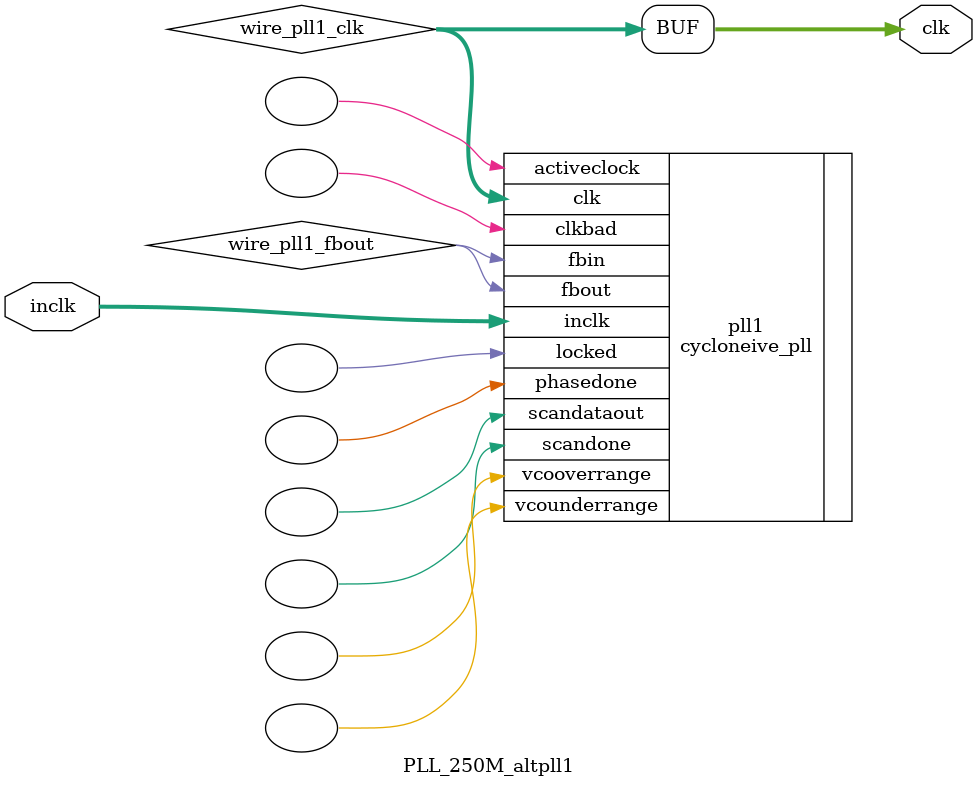
<source format=v>






//synthesis_resources = cycloneive_pll 1 
//synopsys translate_off
`timescale 1 ps / 1 ps
//synopsys translate_on
module  PLL_250M_altpll1
	( 
	clk,
	inclk) /* synthesis synthesis_clearbox=1 */;
	output   [4:0]  clk;
	input   [1:0]  inclk;
`ifndef ALTERA_RESERVED_QIS
// synopsys translate_off
`endif
	tri0   [1:0]  inclk;
`ifndef ALTERA_RESERVED_QIS
// synopsys translate_on
`endif

	wire  [4:0]   wire_pll1_clk;
	wire  wire_pll1_fbout;

	cycloneive_pll   pll1
	( 
	.activeclock(),
	.clk(wire_pll1_clk),
	.clkbad(),
	.fbin(wire_pll1_fbout),
	.fbout(wire_pll1_fbout),
	.inclk(inclk),
	.locked(),
	.phasedone(),
	.scandataout(),
	.scandone(),
	.vcooverrange(),
	.vcounderrange()
	`ifndef FORMAL_VERIFICATION
	// synopsys translate_off
	`endif
	,
	.areset(1'b0),
	.clkswitch(1'b0),
	.configupdate(1'b0),
	.pfdena(1'b1),
	.phasecounterselect({3{1'b0}}),
	.phasestep(1'b0),
	.phaseupdown(1'b0),
	.scanclk(1'b0),
	.scanclkena(1'b1),
	.scandata(1'b0)
	`ifndef FORMAL_VERIFICATION
	// synopsys translate_on
	`endif
	);
	defparam
		pll1.bandwidth_type = "auto",
		pll1.clk0_divide_by = 1,
		pll1.clk0_duty_cycle = 50,
		pll1.clk0_multiply_by = 5,
		pll1.clk0_phase_shift = "0",
		pll1.clk1_divide_by = 1,
		pll1.clk1_duty_cycle = 50,
		pll1.clk1_multiply_by = 10,
		pll1.clk1_phase_shift = "0",
		pll1.compensate_clock = "clk0",
		pll1.inclk0_input_frequency = 20000,
		pll1.operation_mode = "normal",
		pll1.pll_type = "auto",
		pll1.lpm_type = "cycloneive_pll";
	assign
		clk = {wire_pll1_clk[4:0]};
endmodule //PLL_250M_altpll1
//VALID FILE

</source>
